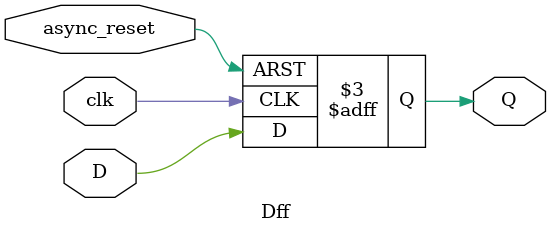
<source format=v>
module Dff(D,clk,async_reset,Q);
input D;  
input clk; 
input async_reset; 
output reg Q; 
always @(posedge clk or posedge async_reset) 
begin
 if(async_reset==1'b1)
  Q <= 1'b0; 
 else 
  Q <= D; 
end 
endmodule 

</source>
